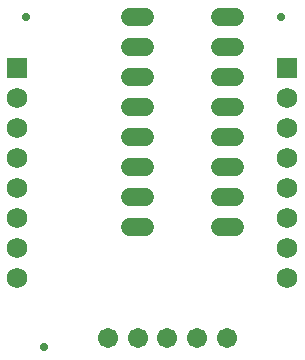
<source format=gts>
G75*
%MOIN*%
%OFA0B0*%
%FSLAX25Y25*%
%IPPOS*%
%LPD*%
%AMOC8*
5,1,8,0,0,1.08239X$1,22.5*
%
%ADD10C,0.02800*%
%ADD11R,0.06800X0.06800*%
%ADD12C,0.06800*%
%ADD13C,0.06000*%
%ADD14C,0.06737*%
D10*
X0015500Y0015000D03*
X0009500Y0125000D03*
X0094500Y0125000D03*
D11*
X0096500Y0108000D03*
X0006500Y0108000D03*
D12*
X0006500Y0098000D03*
X0006500Y0088000D03*
X0006500Y0078000D03*
X0006500Y0068000D03*
X0006500Y0058000D03*
X0006500Y0048000D03*
X0006500Y0038000D03*
X0096500Y0038000D03*
X0096500Y0048000D03*
X0096500Y0058000D03*
X0096500Y0068000D03*
X0096500Y0078000D03*
X0096500Y0088000D03*
X0096500Y0098000D03*
D13*
X0079100Y0095000D02*
X0073900Y0095000D01*
X0073900Y0085000D02*
X0079100Y0085000D01*
X0079100Y0075000D02*
X0073900Y0075000D01*
X0073900Y0065000D02*
X0079100Y0065000D01*
X0079100Y0055000D02*
X0073900Y0055000D01*
X0049100Y0055000D02*
X0043900Y0055000D01*
X0043900Y0065000D02*
X0049100Y0065000D01*
X0049100Y0075000D02*
X0043900Y0075000D01*
X0043900Y0085000D02*
X0049100Y0085000D01*
X0049100Y0095000D02*
X0043900Y0095000D01*
X0043900Y0105000D02*
X0049100Y0105000D01*
X0049100Y0115000D02*
X0043900Y0115000D01*
X0043900Y0125000D02*
X0049100Y0125000D01*
X0073900Y0125000D02*
X0079100Y0125000D01*
X0079100Y0115000D02*
X0073900Y0115000D01*
X0073900Y0105000D02*
X0079100Y0105000D01*
D14*
X0076185Y0018000D03*
X0066343Y0018000D03*
X0056500Y0018000D03*
X0046657Y0018000D03*
X0036815Y0018000D03*
M02*

</source>
